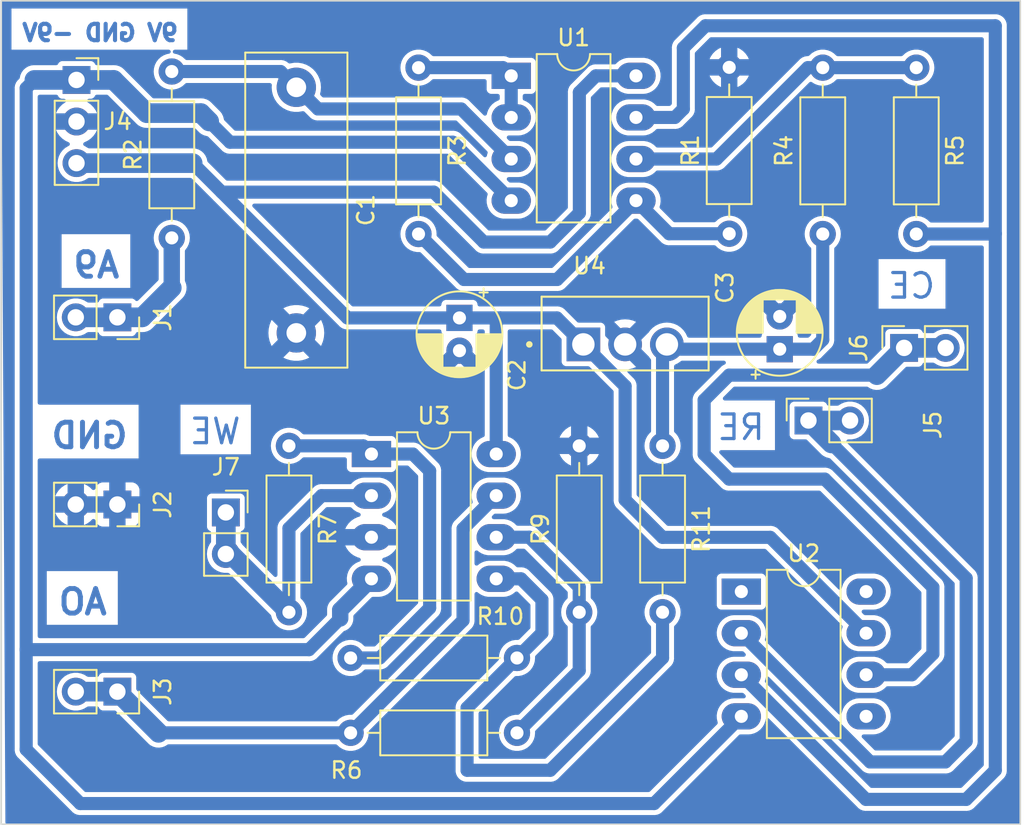
<source format=kicad_pcb>
(kicad_pcb (version 20221018) (generator pcbnew)
  (layers (0 "F.Cu" signal) (31 "B.Cu" signal) (34 "B.Paste" user) (35 "F.Paste" user) (36 "B.SilkS" user "B.Silkscreen") (37 "F.SilkS" user "F.Silkscreen") (38 "B.Mask" user) (39 "F.Mask" user) (44 "Edge.Cuts" user))
  (net 0 "")
  (net 1 "Net-(U1A-+)")
  (net 2 "GND")
  (net 3 "+9V")
  (net 4 "+5V")
  (net 5 "Net-(J1-Pin_1)")
  (net 6 "-9V")
  (net 7 "Net-(U1B-+)")
  (net 8 "Net-(U1A--)")
  (net 9 "Net-(U1B--)")
  (net 10 "Net-(U2-+)")
  (net 11 "Net-(U3B--)")
  (net 12 "Net-(U3B-+)")
  (net 16 "Net-(R10-Pad2)")
  (net 17 "Net-(J7-Pin_1)")
  (net 18 "Net-(J6-Pin_1)")
  (net 19 "Net-(J5-Pin_1)")
  (net 20 "Net-(J3-Pin_1)")
  (footprint "Resistor_THT:R_Axial_DIN0207_L6.3mm_D2.5mm_P10.16mm_Horizontal" (layer "F.Cu") (at 131.572 82.55 90)
    (fp_text reference "R2" (at 5.08 -2.37 90) (layer "F.SilkS"))
    (fp_text value "10k")
    (pad "1" thru_hole circle (at 0 0 90) (size 1.6 1.6) (drill 0.8) (layers "*.Cu" "*.Mask") (net 5 "Net-(J1-Pin_1)"))
    (pad "2" thru_hole oval (at 10.16 0 90) (size 1.6 1.6) (drill 0.8) (layers "*.Cu" "*.Mask") (net 1 "Net-(U1A-+)"))
  )
  (footprint "Package_DIP:DIP-8_W7.62mm_LongPads" (layer "F.Cu") (at 152.302428 72.654)
    (fp_text reference "U1" (at 3.81 -2.33) (layer "F.SilkS"))
    (fp_text value "LM358")
    (pad "1" thru_hole rect (at 0 0) (size 2.4 1.6) (drill 0.8) (layers "*.Cu" "*.Mask") (net 8 "Net-(U1A--)"))
    (pad "2" thru_hole oval (at 0 2.54) (size 2.4 1.6) (drill 0.8) (layers "*.Cu" "*.Mask") (net 8 "Net-(U1A--)"))
    (pad "3" thru_hole oval (at 0 5.08) (size 2.4 1.6) (drill 0.8) (layers "*.Cu" "*.Mask") (net 1 "Net-(U1A-+)"))
    (pad "4" thru_hole oval (at 0 7.62) (size 2.4 1.6) (drill 0.8) (layers "*.Cu" "*.Mask") (net 6 "-9V"))
    (pad "5" thru_hole oval (at 7.62 7.62) (size 2.4 1.6) (drill 0.8) (layers "*.Cu" "*.Mask") (net 7 "Net-(U1B-+)"))
    (pad "6" thru_hole oval (at 7.62 5.08) (size 2.4 1.6) (drill 0.8) (layers "*.Cu" "*.Mask") (net 9 "Net-(U1B--)"))
    (pad "7" thru_hole oval (at 7.62 2.54) (size 2.4 1.6) (drill 0.8) (layers "*.Cu" "*.Mask") (net 10 "Net-(U2-+)"))
    (pad "8" thru_hole oval (at 7.62 0) (size 2.4 1.6) (drill 0.8) (layers "*.Cu" "*.Mask") (net 3 "+9V"))
  )
  (footprint "Connector_PinSocket_2.54mm:PinSocket_1x02_P2.54mm_Vertical" (layer "F.Cu") (at 170.454 93.701 90)
    (fp_text reference "J5" (at -0.279 7.6 90) (layer "F.SilkS"))
    (fp_text value "Conn_01x02")
    (pad "1" thru_hole rect (at 0 0 90) (size 1.7 1.7) (drill 1) (layers "*.Cu" "*.Mask") (net 19 "Net-(J5-Pin_1)"))
    (pad "2" thru_hole oval (at 0 2.54 90) (size 1.7 1.7) (drill 1) (layers "*.Cu" "*.Mask") (net 19 "Net-(J5-Pin_1)"))
  )
  (footprint "Resistor_THT:R_Axial_DIN0207_L6.3mm_D2.5mm_P10.16mm_Horizontal" (layer "F.Cu") (at 161.544 95.25 -90)
    (fp_text reference "R11" (at 5.08 -2.37 90) (layer "F.SilkS"))
    (fp_text value "3.3K")
    (pad "1" thru_hole circle (at 0 0 270) (size 1.6 1.6) (drill 0.8) (layers "*.Cu" "*.Mask") (net 4 "+5V"))
    (pad "2" thru_hole oval (at 10.16 0 270) (size 1.6 1.6) (drill 0.8) (layers "*.Cu" "*.Mask") (net 12 "Net-(U3B-+)"))
  )
  (footprint "Resistor_THT:R_Axial_DIN0207_L6.3mm_D2.5mm_P10.16mm_Horizontal" (layer "F.Cu") (at 165.614285 82.296 90)
    (fp_text reference "R1" (at 5.08 -2.37 90) (layer "F.SilkS"))
    (fp_text value "1K")
    (pad "1" thru_hole circle (at 0 0 90) (size 1.6 1.6) (drill 0.8) (layers "*.Cu" "*.Mask") (net 7 "Net-(U1B-+)"))
    (pad "2" thru_hole oval (at 10.16 0 90) (size 1.6 1.6) (drill 0.8) (layers "*.Cu" "*.Mask") (net 2 "GND"))
  )
  (footprint "Connector_PinSocket_2.54mm:PinSocket_1x02_P2.54mm_Vertical" (layer "F.Cu") (at 128.25 87.401 -90)
    (fp_text reference "J1" (at 0 -2.77 90) (layer "F.SilkS"))
    (fp_text value "Conn_01x02")
    (pad "1" thru_hole rect (at 0 0 270) (size 1.7 1.7) (drill 1) (layers "*.Cu" "*.Mask") (net 5 "Net-(J1-Pin_1)"))
    (pad "2" thru_hole oval (at 0 2.54 270) (size 1.7 1.7) (drill 1) (layers "*.Cu" "*.Mask") (net 5 "Net-(J1-Pin_1)"))
  )
  (footprint "Connector_PinSocket_2.54mm:PinSocket_1x03_P2.54mm_Vertical" (layer "F.Cu") (at 125.755 72.904)
    (fp_text reference "J4" (at 2.515 2.534) (layer "F.SilkS"))
    (fp_text value "Conn_01x03")
    (pad "1" thru_hole rect (at 0 0) (size 1.7 1.7) (drill 1) (layers "*.Cu" "*.Mask") (net 6 "-9V"))
    (pad "2" thru_hole oval (at 0 2.54) (size 1.7 1.7) (drill 1) (layers "*.Cu" "*.Mask") (net 2 "GND"))
    (pad "3" thru_hole oval (at 0 5.08) (size 1.7 1.7) (drill 1) (layers "*.Cu" "*.Mask") (net 3 "+9V"))
  )
  (footprint "Resistor_THT:R_Axial_DIN0207_L6.3mm_D2.5mm_P10.16mm_Horizontal" (layer "F.Cu") (at 146.640571 72.154 -90)
    (fp_text reference "R3" (at 5.08 -2.37 90) (layer "F.SilkS"))
    (fp_text value "1.17K")
    (pad "1" thru_hole circle (at 0 0 270) (size 1.6 1.6) (drill 0.8) (layers "*.Cu" "*.Mask") (net 8 "Net-(U1A--)"))
    (pad "2" thru_hole oval (at 10.16 0 270) (size 1.6 1.6) (drill 0.8) (layers "*.Cu" "*.Mask") (net 7 "Net-(U1B-+)"))
  )
  (footprint "Resistor_THT:R_Axial_DIN0207_L6.3mm_D2.5mm_P10.16mm_Horizontal" (layer "F.Cu") (at 177.038 72.154 -90)
    (fp_text reference "R5" (at 5.08 -2.37 90) (layer "F.SilkS"))
    (fp_text value "0.3K")
    (pad "1" thru_hole circle (at 0 0 270) (size 1.6 1.6) (drill 0.8) (layers "*.Cu" "*.Mask") (net 9 "Net-(U1B--)"))
    (pad "2" thru_hole oval (at 10.16 0 270) (size 1.6 1.6) (drill 0.8) (layers "*.Cu" "*.Mask") (net 10 "Net-(U2-+)"))
  )
  (footprint "Capacitor_THT:CP_Radial_D5.0mm_P2.00mm" (layer "F.Cu") (at 168.6995 89.347113 90)
    (fp_text reference "C3" (at 3.749113 -3.3455 90) (layer "F.SilkS"))
    (fp_text value "0.3uF")
    (pad "1" thru_hole rect (at 0 0 90) (size 1.6 1.6) (drill 0.8) (layers "*.Cu" "*.Mask") (net 4 "+5V"))
    (pad "2" thru_hole circle (at 2 0 90) (size 1.6 1.6) (drill 0.8) (layers "*.Cu" "*.Mask") (net 2 "GND"))
  )
  (footprint "Resistor_THT:R_Axial_DIN0207_L6.3mm_D2.5mm_P10.16mm_Horizontal" (layer "F.Cu") (at 142.494 112.776)
    (fp_text reference "R6" (at -0.254 2.286) (layer "F.SilkS"))
    (fp_text value "1.17K")
    (pad "1" thru_hole circle (at 0 0) (size 1.6 1.6) (drill 0.8) (layers "*.Cu" "*.Mask") (net 20 "Net-(J3-Pin_1)"))
    (pad "2" thru_hole oval (at 10.16 0) (size 1.6 1.6) (drill 0.8) (layers "*.Cu" "*.Mask") (net 11 "Net-(U3B--)"))
  )
  (footprint "Connector_PinSocket_2.54mm:PinSocket_1x02_P2.54mm_Vertical" (layer "F.Cu") (at 128.25 98.831 -90)
    (fp_text reference "J2" (at 0 -2.77 90) (layer "F.SilkS"))
    (fp_text value "Conn_01x02")
    (pad "1" thru_hole rect (at 0 0 270) (size 1.7 1.7) (drill 1) (layers "*.Cu" "*.Mask") (net 2 "GND"))
    (pad "2" thru_hole oval (at 0 2.54 270) (size 1.7 1.7) (drill 1) (layers "*.Cu" "*.Mask") (net 2 "GND"))
  )
  (footprint "Resistor_THT:R_Axial_DIN0207_L6.3mm_D2.5mm_P10.16mm_Horizontal" (layer "F.Cu") (at 138.7276 95.25 -90)
    (fp_text reference "R7" (at 5.08 -2.37 90) (layer "F.SilkS"))
    (fp_text value "2.2K")
    (pad "1" thru_hole circle (at 0 0 270) (size 1.6 1.6) (drill 0.8) (layers "*.Cu" "*.Mask") (net 16 "Net-(R10-Pad2)"))
    (pad "2" thru_hole oval (at 10.16 0 270) (size 1.6 1.6) (drill 0.8) (layers "*.Cu" "*.Mask") (net 17 "Net-(J7-Pin_1)"))
  )
  (footprint "Capacitor_THT:C_Rect_L19.0mm_W6.0mm_P15.00mm_MKS4" (layer "F.Cu") (at 139.178714 73.354 -90)
    (fp_text reference "C1" (at 7.5 -4.25 90) (layer "F.SilkS"))
    (fp_text value "470nF")
    (pad "1" thru_hole circle (at 0 0 270) (size 2.4 2.4) (drill 1.2) (layers "*.Cu" "*.Mask") (net 1 "Net-(U1A-+)"))
    (pad "2" thru_hole circle (at 15 0 270) (size 2.4 2.4) (drill 1.2) (layers "*.Cu" "*.Mask") (net 2 "GND"))
  )
  (footprint "Resistor_THT:R_Axial_DIN0207_L6.3mm_D2.5mm_P10.16mm_Horizontal" (layer "F.Cu") (at 156.4552 105.41 90)
    (fp_text reference "R9" (at 5.08 -2.37 90) (layer "F.SilkS"))
    (fp_text value "1K")
    (pad "1" thru_hole circle (at 0 0 90) (size 1.6 1.6) (drill 0.8) (layers "*.Cu" "*.Mask") (net 11 "Net-(U3B--)"))
    (pad "2" thru_hole oval (at 10.16 0 90) (size 1.6 1.6) (drill 0.8) (layers "*.Cu" "*.Mask") (net 2 "GND"))
  )
  (footprint "Package_DIP:DIP-8_W7.62mm_LongPads" (layer "F.Cu") (at 143.7664 95.75)
    (fp_text reference "U3" (at 3.81 -2.33) (layer "F.SilkS"))
    (fp_text value "LM358")
    (pad "1" thru_hole rect (at 0 0) (size 2.4 1.6) (drill 0.8) (layers "*.Cu" "*.Mask") (net 16 "Net-(R10-Pad2)"))
    (pad "2" thru_hole oval (at 0 2.54) (size 2.4 1.6) (drill 0.8) (layers "*.Cu" "*.Mask") (net 17 "Net-(J7-Pin_1)"))
    (pad "3" thru_hole oval (at 0 5.08) (size 2.4 1.6) (drill 0.8) (layers "*.Cu" "*.Mask") (net 2 "GND"))
    (pad "4" thru_hole oval (at 0 7.62) (size 2.4 1.6) (drill 0.8) (layers "*.Cu" "*.Mask") (net 6 "-9V"))
    (pad "5" thru_hole oval (at 7.62 7.62) (size 2.4 1.6) (drill 0.8) (layers "*.Cu" "*.Mask") (net 12 "Net-(U3B-+)"))
    (pad "6" thru_hole oval (at 7.62 5.08) (size 2.4 1.6) (drill 0.8) (layers "*.Cu" "*.Mask") (net 11 "Net-(U3B--)"))
    (pad "7" thru_hole oval (at 7.62 2.54) (size 2.4 1.6) (drill 0.8) (layers "*.Cu" "*.Mask") (net 20 "Net-(J3-Pin_1)"))
    (pad "8" thru_hole oval (at 7.62 0) (size 2.4 1.6) (drill 0.8) (layers "*.Cu" "*.Mask") (net 3 "+9V"))
  )
  (footprint "Connector_PinSocket_2.54mm:PinSocket_1x02_P2.54mm_Vertical" (layer "F.Cu") (at 128.25 110.261 -90)
    (fp_text reference "J3" (at 0 -2.77 90) (layer "F.SilkS"))
    (fp_text value "Conn_01x02")
    (pad "1" thru_hole rect (at 0 0 270) (size 1.7 1.7) (drill 1) (layers "*.Cu" "*.Mask") (net 20 "Net-(J3-Pin_1)"))
    (pad "2" thru_hole oval (at 0 2.54 270) (size 1.7 1.7) (drill 1) (layers "*.Cu" "*.Mask") (net 20 "Net-(J3-Pin_1)"))
  )
  (footprint "Capacitor_THT:CP_Radial_D5.0mm_P2.00mm" (layer "F.Cu") (at 149.1415 87.436888 -90)
    (fp_text reference "C2" (at 3.495112 -3.5125 90) (layer "F.SilkS"))
    (fp_text value "0.3uF")
    (pad "1" thru_hole rect (at 0 0 270) (size 1.6 1.6) (drill 0.8) (layers "*.Cu" "*.Mask") (net 3 "+9V"))
    (pad "2" thru_hole circle (at 2 0 270) (size 1.6 1.6) (drill 0.8) (layers "*.Cu" "*.Mask") (net 2 "GND"))
  )
  (footprint "Connector_PinSocket_2.54mm:PinSocket_1x02_P2.54mm_Vertical" (layer "F.Cu") (at 134.874 99.314)
    (fp_text reference "J7" (at 0 -2.77) (layer "F.SilkS"))
    (fp_text value "Conn_01x02")
    (pad "1" thru_hole rect (at 0 0) (size 1.7 1.7) (drill 1) (layers "*.Cu" "*.Mask") (net 17 "Net-(J7-Pin_1)"))
    (pad "2" thru_hole oval (at 0 2.54) (size 1.7 1.7) (drill 1) (layers "*.Cu" "*.Mask") (net 17 "Net-(J7-Pin_1)"))
  )
  (footprint "Package_DIP:DIP-8_W7.62mm_LongPads" (layer "F.Cu") (at 166.355 104.15)
    (fp_text reference "U2" (at 3.81 -2.33) (layer "F.SilkS"))
    (fp_text value "LM741")
    (pad "1" thru_hole rect (at 0 0) (size 2.4 1.6) (drill 0.8) (layers "*.Cu" "*.Mask"))
    (pad "2" thru_hole oval (at 0 2.54) (size 2.4 1.6) (drill 0.8) (layers "*.Cu" "*.Mask") (net 19 "Net-(J5-Pin_1)"))
    (pad "3" thru_hole oval (at 0 5.08) (size 2.4 1.6) (drill 0.8) (layers "*.Cu" "*.Mask") (net 10 "Net-(U2-+)"))
    (pad "4" thru_hole oval (at 0 7.62) (size 2.4 1.6) (drill 0.8) (layers "*.Cu" "*.Mask") (net 6 "-9V"))
    (pad "5" thru_hole oval (at 7.62 7.62) (size 2.4 1.6) (drill 0.8) (layers "*.Cu" "*.Mask"))
    (pad "6" thru_hole oval (at 7.62 5.08) (size 2.4 1.6) (drill 0.8) (layers "*.Cu" "*.Mask") (net 18 "Net-(J6-Pin_1)"))
    (pad "7" thru_hole oval (at 7.62 2.54) (size 2.4 1.6) (drill 0.8) (layers "*.Cu" "*.Mask") (net 3 "+9V"))
    (pad "8" thru_hole oval (at 7.62 0) (size 2.4 1.6) (drill 0.8) (layers "*.Cu" "*.Mask"))
  )
  (footprint "Resistor_THT:R_Axial_DIN0207_L6.3mm_D2.5mm_P10.16mm_Horizontal" (layer "F.Cu") (at 152.654 108.204 180)
    (fp_text reference "R10" (at 1.016 2.54) (layer "F.SilkS"))
    (fp_text value "1K")
    (pad "1" thru_hole circle (at 0 0 180) (size 1.6 1.6) (drill 0.8) (layers "*.Cu" "*.Mask") (net 12 "Net-(U3B-+)"))
    (pad "2" thru_hole oval (at 10.16 0 180) (size 1.6 1.6) (drill 0.8) (layers "*.Cu" "*.Mask") (net 16 "Net-(R10-Pad2)"))
  )
  (footprint "l7805:TO255P1020X450X2000-3" (layer "F.Cu") (at 159.258 88.392)
    (fp_text reference "U4" (at -2.175 -4.135) (layer "F.SilkS"))
    (fp_text value "L7805")
    (pad "1" thru_hole rect (at -2.55 0.6625) (size 2.055 2.055) (drill 1.37) (layers "*.Cu" "*.Mask") (net 3 "+9V"))
    (pad "2" thru_hole circle (at 0 0.6625) (size 2.055 2.055) (drill 1.37) (layers "*.Cu" "*.Mask") (net 2 "GND"))
    (pad "3" thru_hole circle (at 2.55 0.6625) (size 2.055 2.055) (drill 1.37) (layers "*.Cu" "*.Mask") (net 4 "+5V"))
  )
  (footprint "Resistor_THT:R_Axial_DIN0207_L6.3mm_D2.5mm_P10.16mm_Horizontal" (layer "F.Cu") (at 171.326142 82.314 90)
    (fp_text reference "R4" (at 5.08 -2.37 90) (layer "F.SilkS"))
    (fp_text value "1K")
    (pad "1" thru_hole circle (at 0 0 90) (size 1.6 1.6) (drill 0.8) (layers "*.Cu" "*.Mask") (net 4 "+5V"))
    (pad "2" thru_hole oval (at 10.16 0 90) (size 1.6 1.6) (drill 0.8) (layers "*.Cu" "*.Mask") (net 9 "Net-(U1B--)"))
  )
  (footprint "Connector_PinSocket_2.54mm:PinSocket_1x02_P2.54mm_Vertical" (layer "F.Cu") (at 176.296 89.267 90)
    (fp_text reference "J6" (at 0 -2.77 90) (layer "F.SilkS"))
    (fp_text value "Conn_01x02")
    (pad "1" thru_hole rect (at 0 0 90) (size 1.7 1.7) (drill 1) (layers "*.Cu" "*.Mask") (net 18 "Net-(J6-Pin_1)"))
    (pad "2" thru_hole oval (at 0 2.54 90) (size 1.7 1.7) (drill 1) (layers "*.Cu" "*.Mask") (net 18 "Net-(J6-Pin_1)"))
  )
  (gr_rect (start 121.158 68.072) (end 183.388 118.364) (stroke (width 0.1)) (fill none) (layer "Edge.Cuts"))
  (gr_text "9V GND -9V" (at 132.08 70.612) (layer "B.Cu") (effects (font (size 1 1) (thickness 0.25) bold) (justify left bottom mirror)))
  (gr_text "A9" (at 128.524 85.09) (layer "B.Cu") (effects (font (size 1.5 1.5) (thickness 0.3) bold) (justify left bottom mirror)))
  (gr_text "RE" (at 167.894 94.996) (layer "B.Cu") (effects (font (size 1.5 1.5) (thickness 0.2) bold) (justify left bottom mirror)))
  (gr_text "WE" (at 135.89 95.25) (layer "B.Cu") (effects (font (size 1.5 1.5) (thickness 0.2) bold) (justify left bottom mirror)))
  (gr_text "CE" (at 178.308 86.36) (layer "B.Cu") (effects (font (size 1.5 1.5) (thickness 0.2) bold) (justify left bottom mirror)))
  (gr_text "AO" (at 127.762 105.664) (layer "B.Cu") (effects (font (size 1.5 1.5) (thickness 0.3) bold) (justify left bottom mirror)))
  (gr_text "GND" (at 129.032 95.504) (layer "B.Cu") (effects (font (size 1.5 1.5) (thickness 0.3) bold) (justify left bottom mirror)))
  (segment (start 139.178714 73.354) (end 140.500714 74.676) (width 0.8) (layer "B.Cu") (net 1))
  (segment (start 131.572 72.39) (end 138.214714 72.39) (width 0.8) (layer "B.Cu") (net 1))
  (segment (start 138.214714 72.39) (end 139.178714 73.354) (width 0.8) (layer "B.Cu") (net 1))
  (segment (start 140.500714 74.676) (end 149.244428 74.676) (width 0.8) (layer "B.Cu") (net 1))
  (segment (start 149.244428 74.676) (end 152.302428 77.734) (width 0.8) (layer "B.Cu") (net 1))
  (segment (start 155.090388 87.436888) (end 156.708 89.0545) (width 0.8) (layer "B.Cu") (net 3))
  (segment (start 156.464 73.66) (end 156.464 81.026) (width 0.8) (layer "B.Cu") (net 3))
  (segment (start 147.574 79.756) (end 134.62 79.756) (width 0.8) (layer "B.Cu") (net 3))
  (segment (start 151.3864 95.75) (end 151.3864 87.688488) (width 0.8) (layer "B.Cu") (net 3))
  (segment (start 156.708 89.0545) (end 159.258 91.6045) (width 0.8) (layer "B.Cu") (net 3))
  (segment (start 156.464 81.026) (end 154.686 82.804) (width 0.8) (layer "B.Cu") (net 3))
  (segment (start 134.62 79.756) (end 132.848 77.984) (width 0.8) (layer "B.Cu") (net 3))
  (segment (start 149.1415 87.436888) (end 151.638 87.436888) (width 0.8) (layer "B.Cu") (net 3))
  (segment (start 161.544 100.838) (end 168.123 100.838) (width 0.8) (layer "B.Cu") (net 3))
  (segment (start 157.47 72.654) (end 156.464 73.66) (width 0.8) (layer "B.Cu") (net 3))
  (segment (start 154.686 82.804) (end 150.622 82.804) (width 0.8) (layer "B.Cu") (net 3))
  (segment (start 159.922428 72.654) (end 157.47 72.654) (width 0.8) (layer "B.Cu") (net 3))
  (segment (start 149.1415 87.436888) (end 142.300888 87.436888) (width 0.8) (layer "B.Cu") (net 3))
  (segment (start 168.123 100.838) (end 173.975 106.69) (width 0.8) (layer "B.Cu") (net 3))
  (segment (start 150.622 82.804) (end 147.574 79.756) (width 0.8) (layer "B.Cu") (net 3))
  (segment (start 125.755 77.984) (end 132.848 77.984) (width 1.2) (layer "B.Cu") (net 3))
  (segment (start 159.258 91.6045) (end 159.258 98.552) (width 0.8) (layer "B.Cu") (net 3))
  (segment (start 151.3864 87.688488) (end 151.638 87.436888) (width 0.8) (layer "B.Cu") (net 3))
  (segment (start 142.300888 87.436888) (end 134.62 79.756) (width 0.8) (layer "B.Cu") (net 3))
  (segment (start 159.258 98.552) (end 161.544 100.838) (width 0.8) (layer "B.Cu") (net 3))
  (segment (start 151.638 87.436888) (end 155.090388 87.436888) (width 0.8) (layer "B.Cu") (net 3))
  (segment (start 171.326142 82.314) (end 171.326142 88.769858) (width 0.8) (layer "B.Cu") (net 4))
  (segment (start 170.748887 89.347113) (end 168.6995 89.347113) (width 0.8) (layer "B.Cu") (net 4))
  (segment (start 161.544 89.3185) (end 161.808 89.0545) (width 0.8) (layer "B.Cu") (net 4))
  (segment (start 171.326142 88.769858) (end 170.748887 89.347113) (width 0.8) (layer "B.Cu") (net 4))
  (segment (start 168.6995 89.347113) (end 162.100613 89.347113) (width 0.8) (layer "B.Cu") (net 4))
  (segment (start 161.544 95.25) (end 161.544 89.3185) (width 0.8) (layer "B.Cu") (net 4))
  (segment (start 162.100613 89.347113) (end 161.808 89.0545) (width 0.8) (layer "B.Cu") (net 4))
  (segment (start 131.572 85.598) (end 131.572 82.55) (width 1) (layer "B.Cu") (net 5))
  (segment (start 125.71 87.401) (end 128.25 87.401) (width 1.2) (layer "B.Cu") (net 5))
  (segment (start 128.25 87.401) (end 129.769 87.401) (width 1.2) (layer "B.Cu") (net 5))
  (segment (start 129.769 87.401) (end 131.572 85.598) (width 1.2) (layer "B.Cu") (net 5))
  (segment (start 143.7664 103.37) (end 141.859 105.2774) (width 1) (layer "B.Cu") (net 6))
  (segment (start 122.682 107.696) (end 122.682 113.792) (width 0.8) (layer "B.Cu") (net 6))
  (segment (start 161.031 117.094) (end 166.355 111.77) (width 0.8) (layer "B.Cu") (net 6))
  (segment (start 139.954 107.696) (end 141.859 105.791) (width 0.8) (layer "B.Cu") (net 6))
  (segment (start 128.022 72.904) (end 130.048 74.93) (width 1.2) (layer "B.Cu") (net 6))
  (segment (start 148.736428 76.708) (end 135.128 76.708) (width 0.8) (layer "B.Cu") (net 6))
  (segment (start 122.682 107.696) (end 139.954 107.696) (width 0.8) (layer "B.Cu") (net 6))
  (segment (start 125.755 72.904) (end 128.022 72.904) (width 1.2) (layer "B.Cu") (net 6))
  (segment (start 152.302428 80.274) (end 148.736428 76.708) (width 0.8) (layer "B.Cu") (net 6))
  (segment (start 122.682 113.792) (end 125.984 117.094) (width 0.8) (layer "B.Cu") (net 6))
  (segment (start 122.682 107.696) (end 122.682 73.406) (width 0.8) (layer "B.Cu") (net 6))
  (segment (start 133.35 74.93) (end 133.858 75.438) (width 1.2) (layer "B.Cu") (net 6))
  (segment (start 122.682 73.406) (end 123.184 72.904) (width 0.8) (layer "B.Cu") (net 6))
  (segment (start 130.048 74.93) (end 133.35 74.93) (width 1.2) (layer "B.Cu") (net 6))
  (segment (start 141.859 105.2774) (end 141.859 105.791) (width 1) (layer "B.Cu") (net 6))
  (segment (start 125.984 117.094) (end 161.031 117.094) (width 0.8) (layer "B.Cu") (net 6))
  (segment (start 135.128 76.708) (end 133.858 75.438) (width 0.8) (layer "B.Cu") (net 6))
  (segment (start 125.755 72.904) (end 123.184 72.904) (width 1.2) (layer "B.Cu") (net 6))
  (segment (start 149.416571 85.09) (end 155.106428 85.09) (width 0.8) (layer "B.Cu") (net 7))
  (segment (start 165.614285 82.296) (end 161.944428 82.296) (width 0.8) (layer "B.Cu") (net 7))
  (segment (start 146.640571 82.314) (end 149.416571 85.09) (width 0.8) (layer "B.Cu") (net 7))
  (segment (start 161.944428 82.296) (end 159.922428 80.274) (width 0.8) (layer "B.Cu") (net 7))
  (segment (start 155.106428 85.09) (end 159.922428 80.274) (width 0.8) (layer "B.Cu") (net 7))
  (segment (start 151.802428 72.154) (end 152.302428 72.654) (width 0.8) (layer "B.Cu") (net 8))
  (segment (start 152.302428 75.194) (end 152.302428 72.654) (width 0.8) (layer "B.Cu") (net 8))
  (segment (start 146.640571 72.154) (end 151.802428 72.154) (width 0.8) (layer "B.Cu") (net 8))
  (segment (start 164.836 77.734) (end 170.416 72.154) (width 0.8) (layer "B.Cu") (net 9))
  (segment (start 159.922428 77.734) (end 164.836 77.734) (width 0.8) (layer "B.Cu") (net 9))
  (segment (start 171.326142 72.154) (end 177.038 72.154) (width 0.8) (layer "B.Cu") (net 9))
  (segment (start 170.416 72.154) (end 171.326142 72.154) (width 0.8) (layer "B.Cu") (net 9))
  (segment (start 162.814 70.949214) (end 162.814 74.676) (width 0.8) (layer "B.Cu") (net 10))
  (segment (start 181.846 82.314) (end 181.864 82.296) (width 0.8) (layer "B.Cu") (net 10))
  (segment (start 181.864 69.596) (end 164.167214 69.596) (width 0.8) (layer "B.Cu") (net 10))
  (segment (start 162.814 74.676) (end 162.296 75.194) (width 0.8) (layer "B.Cu") (net 10))
  (segment (start 162.296 75.194) (end 159.922428 75.194) (width 0.8) (layer "B.Cu") (net 10))
  (segment (start 177.038 82.314) (end 181.846 82.314) (width 0.8) (layer "B.Cu") (net 10))
  (segment (start 173.965 116.84) (end 180.086 116.84) (width 0.8) (layer "B.Cu") (net 10))
  (segment (start 180.086 116.84) (end 181.864 115.062) (width 0.8) (layer "B.Cu") (net 10))
  (segment (start 166.355 109.23) (end 173.965 116.84) (width 0.8) (layer "B.Cu") (net 10))
  (segment (start 181.864 82.296) (end 181.864 69.596) (width 0.8) (layer "B.Cu") (net 10))
  (segment (start 164.167214 69.596) (end 162.814 70.949214) (width 0.8) (layer "B.Cu") (net 10))
  (segment (start 181.864 115.062) (end 181.864 82.296) (width 0.8) (layer "B.Cu") (net 10))
  (segment (start 152.654 112.776) (end 156.4552 108.9748) (width 0.8) (layer "B.Cu") (net 11))
  (segment (start 156.4552 103.8772) (end 156.4552 105.41) (width 0.8) (layer "B.Cu") (net 11))
  (segment (start 156.4552 108.9748) (end 156.4552 105.41) (width 0.8) (layer "B.Cu") (net 11))
  (segment (start 151.3864 100.83) (end 153.408 100.83) (width 0.8) (layer "B.Cu") (net 11))
  (segment (start 153.408 100.83) (end 156.4552 103.8772) (width 0.8) (layer "B.Cu") (net 11))
  (segment (start 151.3864 103.37) (end 152.9 103.37) (width 0.8) (layer "B.Cu") (net 12))
  (segment (start 152.9 103.37) (end 154.178 104.648) (width 0.8) (layer "B.Cu") (net 12))
  (segment (start 149.606 115.062) (end 149.606 111.252) (width 0.8) (layer "B.Cu") (net 12))
  (segment (start 154.178 104.648) (end 154.178 106.68) (width 0.8) (layer "B.Cu") (net 12))
  (segment (start 161.544 108.204) (end 154.686 115.062) (width 0.8) (layer "B.Cu") (net 12))
  (segment (start 161.544 105.41) (end 161.544 108.204) (width 0.8) (layer "B.Cu") (net 12))
  (segment (start 154.686 115.062) (end 149.606 115.062) (width 0.8) (layer "B.Cu") (net 12))
  (segment (start 149.606 111.252) (end 152.654 108.204) (width 0.8) (layer "B.Cu") (net 12))
  (segment (start 154.178 106.68) (end 152.654 108.204) (width 0.8) (layer "B.Cu") (net 12))
  (segment (start 143.2664 95.25) (end 143.7664 95.75) (width 0.8) (layer "B.Cu") (net 16))
  (segment (start 146.296 95.75) (end 143.7664 95.75) (width 0.8) (layer "B.Cu") (net 16))
  (segment (start 147.32 96.774) (end 146.296 95.75) (width 0.8) (layer "B.Cu") (net 16))
  (segment (start 142.494 108.204) (end 144.272 108.204) (width 0.8) (layer "B.Cu") (net 16))
  (segment (start 144.272 108.204) (end 147.32 105.156) (width 0.8) (layer "B.Cu") (net 16))
  (segment (start 147.32 105.156) (end 147.32 96.774) (width 0.8) (layer "B.Cu") (net 16))
  (segment (start 138.7276 95.25) (end 143.2664 95.25) (width 0.8) (layer "B.Cu") (net 16))
  (segment (start 138.7276 100.2864) (end 140.724 98.29) (width 0.8) (layer "B.Cu") (net 17))
  (segment (start 140.724 98.29) (end 143.7664 98.29) (width 0.8) (layer "B.Cu") (net 17))
  (segment (start 138.7276 105.41) (end 138.7276 100.2864) (width 0.8) (layer "B.Cu") (net 17))
  (segment (start 134.874 101.854) (end 135.1716 101.854) (width 1.2) (layer "B.Cu") (net 17))
  (segment (start 134.874 99.314) (end 134.874 101.854) (width 1.2) (layer "B.Cu") (net 17))
  (segment (start 135.1716 101.854) (end 138.7276 105.41) (width 1.2) (layer "B.Cu") (net 17))
  (segment (start 178.836 89.267) (end 176.296 89.267) (width 1.2) (layer "B.Cu") (net 18))
  (segment (start 165.608 90.932) (end 164.084 92.456) (width 0.8) (layer "B.Cu") (net 18))
  (segment (start 176.296 89.267) (end 174.631 90.932) (width 1.2) (layer "B.Cu") (net 18))
  (segment (start 178.054 103.886) (end 178.054 107.95) (width 0.8) (layer "B.Cu") (net 18))
  (segment (start 171.45 97.282) (end 178.054 103.886) (width 0.8) (layer "B.Cu") (net 18))
  (segment (start 164.084 95.758) (end 165.608 97.282) (width 0.8) (layer "B.Cu") (net 18))
  (segment (start 165.608 97.282) (end 171.45 97.282) (width 0.8) (layer "B.Cu") (net 18))
  (segment (start 174.631 90.932) (end 165.608 90.932) (width 0.8) (layer "B.Cu") (net 18))
  (segment (start 178.054 107.95) (end 176.774 109.23) (width 0.8) (layer "B.Cu") (net 18))
  (segment (start 176.774 109.23) (end 173.975 109.23) (width 0.8) (layer "B.Cu") (net 18))
  (segment (start 164.084 92.456) (end 164.084 95.758) (width 0.8) (layer "B.Cu") (net 18))
  (segment (start 174.219 114.554) (end 166.355 106.69) (width 0.8) (layer "B.Cu") (net 19))
  (segment (start 180.086 113.284) (end 178.816 114.554) (width 0.8) (layer "B.Cu") (net 19))
  (segment (start 170.454 93.701) (end 171.8535 95.1005) (width 1.2) (layer "B.Cu") (net 19))
  (segment (start 178.816 114.554) (end 174.219 114.554) (width 0.8) (layer "B.Cu") (net 19))
  (segment (start 180.086 103.333) (end 180.086 113.284) (width 0.8) (layer "B.Cu") (net 19))
  (segment (start 172.994 93.701) (end 170.454 93.701) (width 1.2) (layer "B.Cu") (net 19))
  (segment (start 171.8535 95.1005) (end 180.086 103.333) (width 0.8) (layer "B.Cu") (net 19))
  (segment (start 142.494 112.776) (end 130.765 112.776) (width 0.8) (layer "B.Cu") (net 20))
  (segment (start 125.71 110.261) (end 128.25 110.261) (width 1.2) (layer "B.Cu") (net 20))
  (segment (start 128.25 110.261) (end 130.765 112.776) (width 1.2) (layer "B.Cu") (net 20))
  (segment (start 149.36 105.91) (end 149.36 100.3164) (width 0.8) (layer "B.Cu") (net 20))
  (segment (start 149.36 100.3164) (end 151.3864 98.29) (width 0.8) (layer "B.Cu") (net 20))
  (segment (start 142.494 112.776) (end 149.36 105.91) (width 0.8) (layer "B.Cu") (net 20))
  (zone (net 2) (net_name "GND") (layer "B.Cu") (connect_pads (clearance 0.3)) (min_thickness 0.25) (fill yes (thermal_gap 0.5) (thermal_bridge_width 1) (island_removal_mode 1) (island_area_min 10))
    (polygon (pts (xy 121.158 68.072) (xy 121.412 118.364) (xy 183.642 118.364) (xy 183.388 68.072)))
  )
)
</source>
